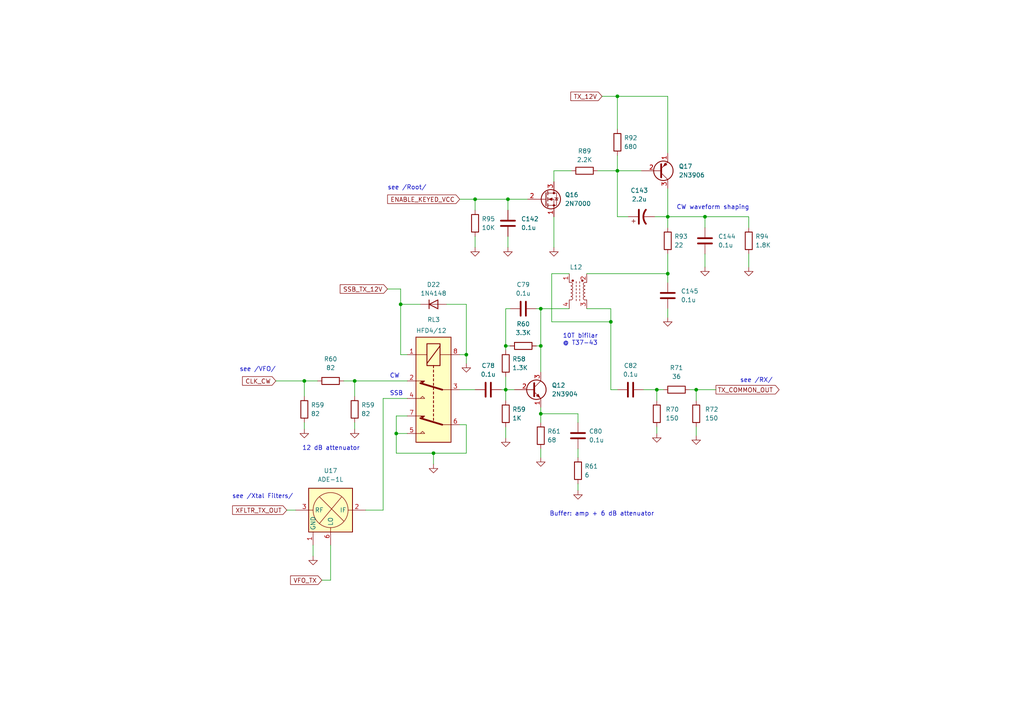
<source format=kicad_sch>
(kicad_sch (version 20230121) (generator eeschema)
  (paper "A4")
  (lib_symbols
    (symbol "Device:C" (pin_numbers hide) (pin_names (offset 0.254))
      (property "Reference" "C" (at 0.635 2.54 0))
      (property "Value" "C" (at 0.635 -2.54 0))
      (symbol "C_0_1"
        (polyline (pts (xy -2.032 -0.762) (xy 2.032 -0.762)) (stroke (width 0.508)))
        (polyline (pts (xy -2.032 0.762) (xy 2.032 0.762)) (stroke (width 0.508)))
      )
      (symbol "C_1_1"
        (pin passive line (at 0 3.81 270) (length 2.794) (name "~") (number "1"))
        (pin passive line (at 0 -3.81 90) (length 2.794) (name "~") (number "2"))
      )
    )
    (symbol "Device:C_Polarized_US" (pin_numbers hide) (pin_names (offset 0.254) hide)
      (property "Reference" "C" (at 0.635 2.54 0))
      (property "Value" "C_Polarized_US" (at 0.635 -2.54 0))
      (symbol "C_Polarized_US_0_1"
        (polyline (pts (xy -2.032 0.762) (xy 2.032 0.762)) (stroke (width 0.508)))
        (polyline (pts (xy -1.778 2.286) (xy -0.762 2.286)))
        (polyline (pts (xy -1.27 1.778) (xy -1.27 2.794)))
        (arc (start 2.032 -1.27) (mid 0 -0.5572) (end -2.032 -1.27) (stroke (width 0.508)))
      )
      (symbol "C_Polarized_US_1_1"
        (pin passive line (at 0 3.81 270) (length 2.794) (name "~") (number "1"))
        (pin passive line (at 0 -3.81 90) (length 3.302) (name "~") (number "2"))
      )
    )
    (symbol "Device:L_Ferrite_Coupled_1423" (pin_names (offset 0.254) hide)
      (property "Reference" "L" (at 0 4.445 0))
      (property "Value" "L_Ferrite_Coupled_1423" (at 0 -4.445 0))
      (symbol "L_Ferrite_Coupled_1423_0_1"
        (circle (center -3.048 -1.27) (radius 0.254) (fill (type outline)))
        (circle (center -3.048 1.524) (radius 0.254) (fill (type outline)))
        (arc (start -2.54 2.032) (mid -2.032 1.5262) (end -1.524 2.032))
        (arc (start -1.524 -2.032) (mid -2.032 -1.5262) (end -2.54 -2.032))
        (arc (start -1.524 2.032) (mid -1.016 1.5262) (end -0.508 2.032))
        (arc (start -0.508 -2.032) (mid -1.016 -1.5262) (end -1.524 -2.032))
        (arc (start -0.508 2.032) (mid 0 1.5262) (end 0.508 2.032))
        (polyline (pts (xy -2.794 -0.508) (xy -2.286 -0.508)))
        (polyline (pts (xy -2.794 0.508) (xy -2.286 0.508)))
        (polyline (pts (xy -2.54 -2.032) (xy -2.54 -2.54)))
        (polyline (pts (xy -2.54 2.032) (xy -2.54 2.54)))
        (polyline (pts (xy -1.778 -0.508) (xy -1.27 -0.508)))
        (polyline (pts (xy -1.778 0.508) (xy -1.27 0.508)))
        (polyline (pts (xy -0.762 -0.508) (xy -0.254 -0.508)))
        (polyline (pts (xy -0.762 0.508) (xy -0.254 0.508)))
        (polyline (pts (xy 0.254 -0.508) (xy 0.762 -0.508)))
        (polyline (pts (xy 0.254 0.508) (xy 0.762 0.508)))
        (polyline (pts (xy 1.27 -0.508) (xy 1.778 -0.508)))
        (polyline (pts (xy 1.27 0.508) (xy 1.778 0.508)))
        (polyline (pts (xy 2.286 -0.508) (xy 2.794 -0.508)))
        (polyline (pts (xy 2.286 0.508) (xy 2.794 0.508)))
        (polyline (pts (xy 2.54 -2.032) (xy 2.54 -2.54)))
        (polyline (pts (xy 2.54 2.54) (xy 2.54 2.032)))
        (arc (start 0.508 -2.032) (mid 0 -1.5262) (end -0.508 -2.032))
        (arc (start 0.508 2.032) (mid 1.016 1.5262) (end 1.524 2.032))
        (arc (start 1.524 -2.032) (mid 1.016 -1.5262) (end 0.508 -2.032))
        (arc (start 1.524 2.032) (mid 2.032 1.5262) (end 2.54 2.032))
        (arc (start 2.54 -2.032) (mid 2.032 -1.5262) (end 1.524 -2.032))
      )
      (symbol "L_Ferrite_Coupled_1423_1_1"
        (pin passive line (at -5.08 2.54 0) (length 2.54) (name "1") (number "1"))
        (pin passive line (at -5.08 -2.54 0) (length 2.54) (name "2") (number "2"))
        (pin passive line (at 5.08 -2.54 180) (length 2.54) (name "3") (number "3"))
        (pin passive line (at 5.08 2.54 180) (length 2.54) (name "4") (number "4"))
      )
    )
    (symbol "Device:R" (pin_numbers hide) (pin_names (offset 0))
      (property "Reference" "R" (at 2.032 0 90))
      (property "Value" "R" (at 0 0 90))
      (symbol "R_0_1"
        (rectangle (start -1.016 -2.54) (end 1.016 2.54) (stroke (width 0.254)))
      )
      (symbol "R_1_1"
        (pin passive line (at 0 3.81 270) (length 1.27) (name "~") (number "1"))
        (pin passive line (at 0 -3.81 90) (length 1.27) (name "~") (number "2"))
      )
    )
    (symbol "Diode:1N4148" (pin_numbers hide) (pin_names hide)
      (property "Reference" "D" (at 0 2.54 0))
      (property "Value" "1N4148" (at 0 -2.54 0))
      (symbol "1N4148_0_1"
        (polyline (pts (xy -1.27 1.27) (xy -1.27 -1.27)) (stroke (width 0.254)))
        (polyline (pts (xy 1.27 0) (xy -1.27 0)))
        (polyline (pts (xy 1.27 1.27) (xy 1.27 -1.27) (xy -1.27 0) (xy 1.27 1.27)) (stroke (width 0.254)))
      )
      (symbol "1N4148_1_1"
        (pin passive line (at -3.81 0 0) (length 2.54) (name "K") (number "1"))
        (pin passive line (at 3.81 0 180) (length 2.54) (name "A") (number "2"))
      )
    )
    (symbol "RF_Mixer:ADE-6"
      (property "Reference" "U" (at -6.35 7.62 0))
      (property "Value" "ADE-6" (at 6.35 7.62 0))
      (symbol "ADE-6_0_1"
        (rectangle (start -6.35 6.35) (end 6.35 -6.35) (stroke (width 0.254)) (fill (type background)))
        (polyline (pts (xy -3.175 -3.81) (xy 3.175 3.81)))
        (polyline (pts (xy 3.81 -3.175) (xy -3.175 3.81)))
        (circle (center 0 0) (radius 5.08))
      )
      (symbol "ADE-6_1_1"
        (pin power_in line (at -5.08 -10.16 90) (length 3.81) (name "GND") (number "1"))
        (pin output line (at 10.16 0 180) (length 5.08) (name "IF") (number "2"))
        (pin input line (at -10.16 0 0) (length 5.08) (name "RF") (number "3"))
        (pin passive line (at -5.08 -10.16 90) (length 3.81) hide (name "GND") (number "4"))
        (pin passive line (at -5.08 -10.16 90) (length 3.81) hide (name "GND") (number "5"))
        (pin input line (at 0 -10.16 90) (length 5.08) (name "LO") (number "6"))
      )
    )
    (symbol "Relay:G2RL-2-ASI-DC5"
      (property "Reference" "RL" (at 16.51 3.81 0))
      (property "Value" "G2RL-2-ASI-DC5" (at 16.51 1.27 0))
      (symbol "G2RL-2-ASI-DC5_0_1"
        (rectangle (start -15.24 5.08) (end 15.24 -5.08) (stroke (width 0.254)) (fill (type background)))
        (rectangle (start -13.335 1.905) (end -6.985 -1.905) (stroke (width 0.254)))
        (polyline (pts (xy -12.7 -1.905) (xy -7.62 1.905)) (stroke (width 0.254)))
        (polyline (pts (xy -10.16 -5.08) (xy -10.16 -1.905)))
        (polyline (pts (xy -10.16 5.08) (xy -10.16 1.905)))
        (polyline (pts (xy -6.985 0) (xy -6.35 0)) (stroke (width 0.254)))
        (polyline (pts (xy -5.715 0) (xy -5.08 0)) (stroke (width 0.254)))
        (polyline (pts (xy -4.445 0) (xy -3.81 0)) (stroke (width 0.254)))
        (polyline (pts (xy -3.175 0) (xy -2.54 0)) (stroke (width 0.254)))
        (polyline (pts (xy -1.905 0) (xy -1.27 0)) (stroke (width 0.254)))
        (polyline (pts (xy -0.635 0) (xy 0 0)) (stroke (width 0.254)))
        (polyline (pts (xy 0 -2.54) (xy -1.905 3.81)) (stroke (width 0.508)))
        (polyline (pts (xy 0 -2.54) (xy 0 -5.08)))
        (polyline (pts (xy 0.635 0) (xy 1.27 0)) (stroke (width 0.254)))
        (polyline (pts (xy 1.905 0) (xy 2.54 0)) (stroke (width 0.254)))
        (polyline (pts (xy 3.175 0) (xy 3.81 0)) (stroke (width 0.254)))
        (polyline (pts (xy 4.445 0) (xy 5.08 0)) (stroke (width 0.254)))
        (polyline (pts (xy 5.715 0) (xy 6.35 0)) (stroke (width 0.254)))
        (polyline (pts (xy 6.985 0) (xy 7.62 0)) (stroke (width 0.254)))
        (polyline (pts (xy 8.255 0) (xy 8.89 0)) (stroke (width 0.254)))
        (polyline (pts (xy 10.16 -2.54) (xy 8.255 3.81)) (stroke (width 0.508)))
        (polyline (pts (xy 10.16 -2.54) (xy 10.16 -5.08)))
        (polyline (pts (xy -2.54 5.08) (xy -2.54 2.54) (xy -1.905 3.175) (xy -2.54 3.81)) (fill (type outline)))
        (polyline (pts (xy 2.54 5.08) (xy 2.54 2.54) (xy 1.905 3.175) (xy 2.54 3.81)))
        (polyline (pts (xy 7.62 5.08) (xy 7.62 2.54) (xy 8.255 3.175) (xy 7.62 3.81)) (fill (type outline)))
        (polyline (pts (xy 12.7 5.08) (xy 12.7 2.54) (xy 12.065 3.175) (xy 12.7 3.81)))
      )
      (symbol "G2RL-2-ASI-DC5_1_1"
        (pin passive line (at -10.16 7.62 270) (length 2.54) (name "~") (number "1"))
        (pin passive line (at -2.54 7.62 270) (length 2.54) (name "~") (number "2"))
        (pin passive line (at 0 -7.62 90) (length 2.54) (name "~") (number "3"))
        (pin passive line (at 2.54 7.62 270) (length 2.54) (name "~") (number "4"))
        (pin passive line (at 12.7 7.62 270) (length 2.54) (name "~") (number "5"))
        (pin passive line (at 10.16 -7.62 90) (length 2.54) (name "~") (number "6"))
        (pin passive line (at 7.62 7.62 270) (length 2.54) (name "~") (number "7"))
        (pin passive line (at -10.16 -7.62 90) (length 2.54) (name "~") (number "8"))
      )
    )
    (symbol "Transistor_BJT:2N3904" (pin_names (offset 0) hide)
      (property "Reference" "Q" (at 5.08 1.905 0))
      (property "Value" "2N3904" (at 5.08 0 0))
      (symbol "2N3904_0_1"
        (polyline (pts (xy 0.635 0.635) (xy 2.54 2.54)))
        (polyline (pts (xy 0.635 -0.635) (xy 2.54 -2.54) (xy 2.54 -2.54)))
        (polyline (pts (xy 0.635 1.905) (xy 0.635 -1.905) (xy 0.635 -1.905)) (stroke (width 0.508)))
        (polyline (pts (xy 1.27 -1.778) (xy 1.778 -1.27) (xy 2.286 -2.286) (xy 1.27 -1.778) (xy 1.27 -1.778)) (fill (type outline)))
        (circle (center 1.27 0) (radius 2.8194) (stroke (width 0.254)))
      )
      (symbol "2N3904_1_1"
        (pin passive line (at 2.54 -5.08 90) (length 2.54) (name "E") (number "1"))
        (pin passive line (at -5.08 0 0) (length 5.715) (name "B") (number "2"))
        (pin passive line (at 2.54 5.08 270) (length 2.54) (name "C") (number "3"))
      )
    )
    (symbol "Transistor_BJT:2N3906" (pin_names (offset 0) hide)
      (property "Reference" "Q" (at 5.08 1.905 0))
      (property "Value" "2N3906" (at 5.08 0 0))
      (symbol "2N3906_0_1"
        (polyline (pts (xy 0.635 0.635) (xy 2.54 2.54)))
        (polyline (pts (xy 0.635 -0.635) (xy 2.54 -2.54) (xy 2.54 -2.54)))
        (polyline (pts (xy 0.635 1.905) (xy 0.635 -1.905) (xy 0.635 -1.905)) (stroke (width 0.508)))
        (polyline (pts (xy 2.286 -1.778) (xy 1.778 -2.286) (xy 1.27 -1.27) (xy 2.286 -1.778) (xy 2.286 -1.778)) (fill (type outline)))
        (circle (center 1.27 0) (radius 2.8194) (stroke (width 0.254)))
      )
      (symbol "2N3906_1_1"
        (pin passive line (at 2.54 -5.08 90) (length 2.54) (name "E") (number "1"))
        (pin input line (at -5.08 0 0) (length 5.715) (name "B") (number "2"))
        (pin passive line (at 2.54 5.08 270) (length 2.54) (name "C") (number "3"))
      )
    )
    (symbol "Transistor_FET:2N7000" (pin_names hide)
      (property "Reference" "Q" (at 5.08 1.905 0))
      (property "Value" "2N7000" (at 5.08 0 0))
      (symbol "2N7000_0_1"
        (polyline (pts (xy 0.254 0) (xy -2.54 0)))
        (polyline (pts (xy 0.254 1.905) (xy 0.254 -1.905)) (stroke (width 0.254)))
        (polyline (pts (xy 0.762 -1.27) (xy 0.762 -2.286)) (stroke (width 0.254)))
        (polyline (pts (xy 0.762 0.508) (xy 0.762 -0.508)) (stroke (width 0.254)))
        (polyline (pts (xy 0.762 2.286) (xy 0.762 1.27)) (stroke (width 0.254)))
        (polyline (pts (xy 2.54 2.54) (xy 2.54 1.778)))
        (polyline (pts (xy 2.54 -2.54) (xy 2.54 0) (xy 0.762 0)))
        (polyline (pts (xy 0.762 -1.778) (xy 3.302 -1.778) (xy 3.302 1.778) (xy 0.762 1.778)))
        (polyline (pts (xy 1.016 0) (xy 2.032 0.381) (xy 2.032 -0.381) (xy 1.016 0)) (fill (type outline)))
        (polyline (pts (xy 2.794 0.508) (xy 2.921 0.381) (xy 3.683 0.381) (xy 3.81 0.254)))
        (polyline (pts (xy 3.302 0.381) (xy 2.921 -0.254) (xy 3.683 -0.254) (xy 3.302 0.381)))
        (circle (center 1.651 0) (radius 2.794) (stroke (width 0.254)))
        (circle (center 2.54 -1.778) (radius 0.254) (fill (type outline)))
        (circle (center 2.54 1.778) (radius 0.254) (fill (type outline)))
      )
      (symbol "2N7000_1_1"
        (pin passive line (at 2.54 -5.08 90) (length 2.54) (name "S") (number "1"))
        (pin input line (at -5.08 0 0) (length 2.54) (name "G") (number "2"))
        (pin passive line (at 2.54 5.08 270) (length 2.54) (name "D") (number "3"))
      )
    )
    (symbol "power:GND" (power) (pin_names (offset 0))
      (property "Value" "GND" (at 0 -3.81 0))
      (symbol "GND_0_1"
        (polyline (pts (xy 0 0) (xy 0 -1.27) (xy 1.27 -1.27) (xy 0 -2.54) (xy -1.27 -1.27) (xy 0 -1.27)))
      )
      (symbol "GND_1_1"
        (pin power_in line (at 0 0 270) (length 0) hide (name "GND") (number "1"))
      )
    )
  )
  (junction (at 114.935 125.73))
  (junction (at 193.675 62.865))
  (junction (at 146.685 113.03))
  (junction (at 179.07 27.94))
  (junction (at 204.47 62.865))
  (junction (at 177.165 93.345))
  (junction (at 88.265 110.49))
  (junction (at 102.87 110.49))
  (junction (at 190.5 113.03))
  (junction (at 156.845 100.33))
  (junction (at 146.685 100.33))
  (junction (at 179.07 49.53))
  (junction (at 156.845 120.015))
  (junction (at 156.845 89.535))
  (junction (at 137.795 57.785))
  (junction (at 125.73 131.445))
  (junction (at 135.255 102.87))
  (junction (at 147.32 57.785))
  (junction (at 193.675 79.375))
  (junction (at 116.205 88.265))
  (junction (at 201.93 113.03))
  (wire (pts (xy 111.125 147.955) (xy 111.125 115.57)))
  (wire (pts (xy 179.07 62.865) (xy 179.07 49.53)))
  (wire (pts (xy 147.32 68.58) (xy 147.32 71.755)))
  (wire (pts (xy 193.675 73.66) (xy 193.675 79.375)))
  (wire (pts (xy 146.685 109.22) (xy 146.685 113.03)))
  (wire (pts (xy 116.205 83.82) (xy 116.205 88.265)))
  (wire (pts (xy 179.07 45.085) (xy 179.07 49.53)))
  (wire (pts (xy 118.11 102.87) (xy 116.205 102.87)))
  (wire (pts (xy 146.685 123.825) (xy 146.685 127)))
  (wire (pts (xy 135.255 123.19) (xy 133.35 123.19)))
  (wire (pts (xy 193.675 62.865) (xy 193.675 66.04)))
  (wire (pts (xy 95.885 168.275) (xy 95.885 158.115)))
  (wire (pts (xy 116.205 88.265) (xy 121.92 88.265)))
  (wire (pts (xy 160.655 62.865) (xy 160.655 71.755)))
  (wire (pts (xy 135.255 131.445) (xy 135.255 123.19)))
  (wire (pts (xy 160.02 93.345) (xy 177.165 93.345)))
  (wire (pts (xy 193.675 54.61) (xy 193.675 62.865)))
  (wire (pts (xy 116.205 102.87) (xy 116.205 88.265)))
  (wire (pts (xy 146.685 100.33) (xy 146.685 89.535)))
  (wire (pts (xy 83.185 147.955) (xy 85.725 147.955)))
  (wire (pts (xy 156.845 118.11) (xy 156.845 120.015)))
  (wire (pts (xy 170.18 89.535) (xy 177.165 89.535)))
  (wire (pts (xy 146.685 113.03) (xy 146.685 116.205)))
  (wire (pts (xy 201.93 113.03) (xy 201.93 116.205)))
  (wire (pts (xy 125.73 134.62) (xy 125.73 131.445)))
  (wire (pts (xy 133.35 57.785) (xy 137.795 57.785)))
  (wire (pts (xy 133.35 113.03) (xy 137.795 113.03)))
  (wire (pts (xy 179.07 49.53) (xy 186.055 49.53)))
  (wire (pts (xy 182.245 62.865) (xy 179.07 62.865)))
  (wire (pts (xy 135.255 102.87) (xy 135.255 88.265)))
  (wire (pts (xy 146.685 100.33) (xy 146.685 101.6)))
  (wire (pts (xy 102.87 110.49) (xy 102.87 114.935)))
  (wire (pts (xy 125.73 131.445) (xy 114.935 131.445)))
  (wire (pts (xy 201.93 123.825) (xy 201.93 126.365)))
  (wire (pts (xy 177.165 93.345) (xy 177.165 113.03)))
  (wire (pts (xy 155.575 89.535) (xy 156.845 89.535)))
  (wire (pts (xy 193.675 79.375) (xy 193.675 81.915)))
  (wire (pts (xy 88.265 122.555) (xy 88.265 124.46)))
  (wire (pts (xy 167.64 120.015) (xy 167.64 122.555)))
  (wire (pts (xy 147.32 57.785) (xy 147.32 60.96)))
  (wire (pts (xy 156.845 120.015) (xy 156.845 122.555)))
  (wire (pts (xy 190.5 113.03) (xy 192.405 113.03)))
  (wire (pts (xy 190.5 123.825) (xy 190.5 125.73)))
  (wire (pts (xy 99.695 110.49) (xy 102.87 110.49)))
  (wire (pts (xy 156.845 100.33) (xy 156.845 107.95)))
  (wire (pts (xy 204.47 73.66) (xy 204.47 77.47)))
  (wire (pts (xy 179.07 37.465) (xy 179.07 27.94)))
  (wire (pts (xy 201.93 113.03) (xy 207.645 113.03)))
  (wire (pts (xy 135.255 105.41) (xy 135.255 102.87)))
  (wire (pts (xy 80.01 110.49) (xy 88.265 110.49)))
  (wire (pts (xy 125.73 131.445) (xy 135.255 131.445)))
  (wire (pts (xy 146.685 113.03) (xy 149.225 113.03)))
  (wire (pts (xy 160.02 79.375) (xy 165.1 79.375)))
  (wire (pts (xy 156.845 89.535) (xy 165.1 89.535)))
  (wire (pts (xy 193.675 27.94) (xy 193.675 44.45)))
  (wire (pts (xy 135.255 88.265) (xy 129.54 88.265)))
  (wire (pts (xy 160.655 52.705) (xy 160.655 49.53)))
  (wire (pts (xy 93.345 168.275) (xy 95.885 168.275)))
  (wire (pts (xy 114.935 125.73) (xy 114.935 120.65)))
  (wire (pts (xy 146.685 89.535) (xy 147.955 89.535)))
  (wire (pts (xy 160.655 49.53) (xy 165.735 49.53)))
  (wire (pts (xy 137.795 57.785) (xy 147.32 57.785)))
  (wire (pts (xy 167.64 140.335) (xy 167.64 142.24)))
  (wire (pts (xy 189.865 62.865) (xy 193.675 62.865)))
  (wire (pts (xy 190.5 113.03) (xy 190.5 116.205)))
  (wire (pts (xy 193.675 62.865) (xy 204.47 62.865)))
  (wire (pts (xy 173.355 49.53) (xy 179.07 49.53)))
  (wire (pts (xy 147.32 57.785) (xy 153.035 57.785)))
  (wire (pts (xy 90.805 158.115) (xy 90.805 161.29)))
  (wire (pts (xy 177.165 113.03) (xy 179.07 113.03)))
  (wire (pts (xy 112.395 83.82) (xy 116.205 83.82)))
  (wire (pts (xy 179.07 27.94) (xy 193.675 27.94)))
  (wire (pts (xy 106.045 147.955) (xy 111.125 147.955)))
  (wire (pts (xy 217.17 62.865) (xy 217.17 66.04)))
  (wire (pts (xy 137.795 57.785) (xy 137.795 60.96)))
  (wire (pts (xy 177.165 89.535) (xy 177.165 93.345)))
  (wire (pts (xy 137.795 68.58) (xy 137.795 71.755)))
  (wire (pts (xy 200.025 113.03) (xy 201.93 113.03)))
  (wire (pts (xy 179.07 27.94) (xy 174.625 27.94)))
  (wire (pts (xy 114.935 131.445) (xy 114.935 125.73)))
  (wire (pts (xy 156.845 120.015) (xy 167.64 120.015)))
  (wire (pts (xy 170.18 79.375) (xy 193.675 79.375)))
  (wire (pts (xy 204.47 62.865) (xy 217.17 62.865)))
  (wire (pts (xy 156.845 100.33) (xy 156.845 89.535)))
  (wire (pts (xy 88.265 110.49) (xy 92.075 110.49)))
  (wire (pts (xy 217.17 73.66) (xy 217.17 77.47)))
  (wire (pts (xy 155.575 100.33) (xy 156.845 100.33)))
  (wire (pts (xy 102.87 122.555) (xy 102.87 124.46)))
  (wire (pts (xy 160.02 79.375) (xy 160.02 93.345)))
  (wire (pts (xy 114.935 120.65) (xy 118.11 120.65)))
  (wire (pts (xy 88.265 110.49) (xy 88.265 114.935)))
  (wire (pts (xy 135.255 102.87) (xy 133.35 102.87)))
  (wire (pts (xy 114.935 125.73) (xy 118.11 125.73)))
  (wire (pts (xy 204.47 62.865) (xy 204.47 66.04)))
  (wire (pts (xy 186.69 113.03) (xy 190.5 113.03)))
  (wire (pts (xy 111.125 115.57) (xy 118.11 115.57)))
  (wire (pts (xy 193.675 89.535) (xy 193.675 92.075)))
  (wire (pts (xy 102.87 110.49) (xy 118.11 110.49)))
  (wire (pts (xy 156.845 130.175) (xy 156.845 132.715)))
  (wire (pts (xy 145.415 113.03) (xy 146.685 113.03)))
  (wire (pts (xy 167.64 130.175) (xy 167.64 132.715)))
  (wire (pts (xy 147.955 100.33) (xy 146.685 100.33)))
  (text "see /Root/" (at 112.395 55.245 0) (effects (font (size 1.27 1.27)) (justify left bottom)))
  (text "SSB" (at 113.03 114.935 0) (effects (font (size 1.27 1.27)) (justify left bottom)))
  (text "12 dB attenuator" (at 87.63 130.81 0) (effects (font (size 1.27 1.27)) (justify left bottom)))
  (text "see /Xtal Filters/" (at 67.31 144.78 0) (effects (font (size 1.27 1.27)) (justify left bottom)))
  (text "see /VFO/" (at 80.01 107.95 0) (effects (font (size 1.27 1.27)) (justify right bottom)))
  (text "see /RX/" (at 214.63 111.125 0) (effects (font (size 1.27 1.27)) (justify left bottom)))
  (text "Buffer: amp + 6 dB attenuator" (at 159.385 149.86 0) (effects (font (size 1.27 1.27)) (justify left bottom)))
  (text "10T bifilar\n@ T37-43" (at 163.195 100.33 0) (effects (font (size 1.27 1.27)) (justify left bottom)))
  (text "CW" (at 113.03 109.855 0) (effects (font (size 1.27 1.27)) (justify left bottom)))
  (text "CW waveform shaping\n" (at 196.215 60.96 0) (effects (font (size 1.27 1.27)) (justify left bottom)))
  (global_label "VFO_TX" (shape input) (at 93.345 168.275 180) (property "Intersheetrefs" "${INTERSHEET_REFS}" (effects hide)))
  (global_label "ENABLE_KEYED_VCC" (shape input) (at 133.35 57.785 180) (property "Intersheetrefs" "${INTERSHEET_REFS}" (effects hide)))
  (global_label "XFLTR_TX_OUT" (shape input) (at 83.185 147.955 180) (property "Intersheetrefs" "${INTERSHEET_REFS}" (effects hide)))
  (global_label "SSB_TX_12V" (shape input) (at 112.395 83.82 180) (property "Intersheetrefs" "${INTERSHEET_REFS}" (effects hide)))
  (global_label "CLK_CW" (shape input) (at 80.01 110.49 180) (property "Intersheetrefs" "${INTERSHEET_REFS}" (effects hide)))
  (global_label "TX_COMMON_OUT" (shape output) (at 207.645 113.03 0) (property "Intersheetrefs" "${INTERSHEET_REFS}" (effects hide)))
  (global_label "TX_12V" (shape input) (at 174.625 27.94 180) (property "Intersheetrefs" "${INTERSHEET_REFS}" (effects hide)))
  (symbol (lib_id "power:GND") (at 167.64 142.24 0) (unit 1)
    (property "Reference" "#PWR0130" (effects hide))
    (property "Value" "GND" (effects hide))
    (instances (project "hbr-mk2" (path "" (reference "#PWR0130") (unit 1)) (path "" (reference "#PWR0248") (unit 1)) (path "" (reference "#PWR0248") (unit 1))))
  )
  (symbol (lib_id "Device:C") (at 167.64 126.365 180) (unit 1)
    (property "Reference" "C80" (at 170.815 125.095 0) (effects (justify right)))
    (property "Value" "0.1u" (at 170.815 127.635 0) (effects (justify right)))
    (instances (project "hbr-mk2" (path "" (reference "C80") (unit 1)) (path "" (reference "C148") (unit 1)) (path "" (reference "C148") (unit 1))))
  )
  (symbol (lib_id "Transistor_BJT:2N3906") (at 191.135 49.53 0) (mirror x) (unit 1)
    (property "Reference" "Q17" (at 196.85 48.26 0) (effects (justify left)))
    (property "Value" "2N3906" (at 196.85 50.8 0) (effects (justify left)))
    (property "Footprint" "Package_TO_SOT_THT:TO-92_Inline" (effects hide))
    (property "Datasheet" "https://www.onsemi.com/pub/Collateral/2N3906-D.PDF" (effects hide))
  )
  (symbol (lib_id "Transistor_FET:2N7000") (at 158.115 57.785 0) (unit 1)
    (property "Reference" "Q16" (at 163.83 56.515 0) (effects (justify left)))
    (property "Value" "2N7000" (at 163.83 59.055 0) (effects (justify left)))
    (property "Footprint" "Package_TO_SOT_THT:TO-92_Inline" (effects hide))
    (property "Datasheet" "https://www.vishay.com/docs/70226/70226.pdf" (effects hide))
  )
  (symbol (lib_id "Device:R") (at 146.685 105.41 0) (unit 1)
    (property "Reference" "R58" (at 148.59 104.14 0) (effects (justify left)))
    (property "Value" "1.3K" (at 148.59 106.68 0) (effects (justify left)))
    (instances (project "hbr-mk2" (path "" (reference "R58") (unit 1)) (path "" (reference "R96") (unit 1)) (path "" (reference "R96") (unit 1))))
  )
  (symbol (lib_id "power:GND") (at 204.47 77.47 0) (unit 1)
    (property "Reference" "#PWR0242" (effects hide))
    (property "Value" "GND" (effects hide))
  )
  (symbol (lib_id "Device:C") (at 141.605 113.03 90) (unit 1)
    (property "Reference" "C78" (at 141.605 106.045 90))
    (property "Value" "0.1u" (at 141.605 108.585 90))
    (instances (project "hbr-mk2" (path "" (reference "C78") (unit 1)) (path "" (reference "C146") (unit 1)) (path "" (reference "C146") (unit 1))))
  )
  (symbol (lib_id "Device:R") (at 88.265 118.745 0) (unit 1)
    (property "Reference" "R59" (at 90.17 117.475 0) (effects (justify left)))
    (property "Value" "82" (at 90.17 120.015 0) (effects (justify left)))
    (instances (project "hbr-mk2" (path "" (reference "R59") (unit 1)) (path "" (reference "R97") (unit 1)) (path "" (reference "R84") (unit 1))))
  )
  (symbol (lib_id "power:GND") (at 102.87 124.46 0) (unit 1)
    (property "Reference" "#PWR0129" (effects hide))
    (property "Value" "GND" (effects hide))
    (instances (project "hbr-mk2" (path "" (reference "#PWR0129") (unit 1)) (path "" (reference "#PWR0246") (unit 1)) (path "" (reference "#PWR0117") (unit 1))))
  )
  (symbol (lib_id "Device:C") (at 182.88 113.03 90) (unit 1)
    (property "Reference" "C82" (at 182.88 106.045 90))
    (property "Value" "0.1u" (at 182.88 108.585 90))
    (instances (project "hbr-mk2" (path "" (reference "C82") (unit 1)) (path "" (reference "C150") (unit 1)) (path "" (reference "C150") (unit 1))))
  )
  (symbol (lib_id "Device:R") (at 179.07 41.275 0) (unit 1)
    (property "Reference" "R92" (at 180.975 40.005 0) (effects (justify left)))
    (property "Value" "680" (at 180.975 42.545 0) (effects (justify left)))
  )
  (symbol (lib_id "power:GND") (at 147.32 71.755 0) (unit 1)
    (property "Reference" "#PWR0226" (effects hide))
    (property "Value" "GND" (effects hide))
  )
  (symbol (lib_id "Diode:1N4148") (at 125.73 88.265 0) (mirror x) (unit 1)
    (property "Reference" "D22" (at 125.73 82.55 0))
    (property "Value" "1N4148" (at 125.73 85.09 0))
    (property "Footprint" "Diode_THT:D_DO-35_SOD27_P7.62mm_Horizontal" (effects hide))
    (property "Datasheet" "https://assets.nexperia.com/documents/data-sheet/1N4148_1N4448.pdf" (effects hide))
    (property "Sim.Device" "D" (effects hide))
    (property "Sim.Pins" "1=K 2=A" (effects hide))
  )
  (symbol (lib_id "Transistor_BJT:2N3904") (at 154.305 113.03 0) (unit 1)
    (property "Reference" "Q12" (at 160.02 111.76 0) (effects (justify left)))
    (property "Value" "2N3904" (at 160.02 114.3 0) (effects (justify left)))
    (property "Footprint" "Package_TO_SOT_THT:TO-92_Inline" (effects hide))
    (property "Datasheet" "https://www.onsemi.com/pub/Collateral/2N3903-D.PDF" (effects hide))
    (instances (project "hbr-mk2" (path "" (reference "Q12") (unit 1)) (path "" (reference "Q18") (unit 1)) (path "" (reference "Q18") (unit 1))))
  )
  (symbol (lib_id "Device:R") (at 137.795 64.77 0) (unit 1)
    (property "Reference" "R95" (at 139.7 63.5 0) (effects (justify left)))
    (property "Value" "10K" (at 139.7 66.04 0) (effects (justify left)))
  )
  (symbol (lib_id "Device:R") (at 146.685 120.015 0) (unit 1)
    (property "Reference" "R59" (at 148.59 118.745 0) (effects (justify left)))
    (property "Value" "1K" (at 148.59 121.285 0) (effects (justify left)))
    (instances (project "hbr-mk2" (path "" (reference "R59") (unit 1)) (path "" (reference "R97") (unit 1)) (path "" (reference "R97") (unit 1))))
  )
  (symbol (lib_id "Device:R") (at 196.215 113.03 90) (unit 1)
    (property "Reference" "R71" (at 196.215 106.68 90))
    (property "Value" "36" (at 196.215 109.22 90))
    (instances (project "hbr-mk2" (path "" (reference "R71") (unit 1)) (path "" (reference "R103") (unit 1)) (path "" (reference "R103") (unit 1))))
  )
  (symbol (lib_id "Device:C") (at 204.47 69.85 0) (unit 1)
    (property "Reference" "C144" (at 208.28 68.58 0) (effects (justify left)))
    (property "Value" "0.1u" (at 208.28 71.12 0) (effects (justify left)))
  )
  (symbol (lib_id "Device:C") (at 193.675 85.725 0) (unit 1)
    (property "Reference" "C145" (at 197.485 84.455 0) (effects (justify left)))
    (property "Value" "0.1u" (at 197.485 86.995 0) (effects (justify left)))
  )
  (symbol (lib_id "power:GND") (at 217.17 77.47 0) (unit 1)
    (property "Reference" "#PWR0243" (effects hide))
    (property "Value" "GND" (effects hide))
  )
  (symbol (lib_id "power:GND") (at 137.795 71.755 0) (unit 1)
    (property "Reference" "#PWR0244" (effects hide))
    (property "Value" "GND" (effects hide))
  )
  (symbol (lib_id "Device:R") (at 102.87 118.745 0) (unit 1)
    (property "Reference" "R59" (at 104.775 117.475 0) (effects (justify left)))
    (property "Value" "82" (at 104.775 120.015 0) (effects (justify left)))
    (instances (project "hbr-mk2" (path "" (reference "R59") (unit 1)) (path "" (reference "R97") (unit 1)) (path "" (reference "R83") (unit 1))))
  )
  (symbol (lib_id "Relay:G2RL-2-ASI-DC5") (at 125.73 113.03 90) (mirror x) (unit 1)
    (property "Reference" "RL3" (at 127.635 92.71 90) (effects (justify left)))
    (property "Value" "HFD4/12" (at 129.54 95.885 90) (effects (justify left)))
    (property "Footprint" "Relay_THT:Relay_DPDT_Omron_G2RL" (effects hide))
    (property "Datasheet" "https://omronfs.omron.com/en_US/ecb/products/pdf/en-g2rl.pdf" (effects hide))
    (instances (project "hbr-mk2" (path "" (reference "RL3") (unit 1)) (path "" (reference "RL26") (unit 1)) (path "" (reference "RL26") (unit 1))))
  )
  (symbol (lib_id "Device:R") (at 217.17 69.85 0) (unit 1)
    (property "Reference" "R94" (at 219.075 68.58 0) (effects (justify left)))
    (property "Value" "1.8K" (at 219.075 71.12 0) (effects (justify left)))
  )
  (symbol (lib_id "power:GND") (at 88.265 124.46 0) (unit 1)
    (property "Reference" "#PWR0129" (effects hide))
    (property "Value" "GND" (effects hide))
    (instances (project "hbr-mk2" (path "" (reference "#PWR0129") (unit 1)) (path "" (reference "#PWR0246") (unit 1)) (path "" (reference "#PWR0256") (unit 1))))
  )
  (symbol (lib_id "Device:R") (at 169.545 49.53 90) (unit 1)
    (property "Reference" "R89" (at 169.545 43.815 90))
    (property "Value" "2.2K" (at 169.545 46.355 90))
  )
  (symbol (lib_id "power:GND") (at 146.685 127 0) (unit 1)
    (property "Reference" "#PWR0129" (effects hide))
    (property "Value" "GND" (effects hide))
    (instances (project "hbr-mk2" (path "" (reference "#PWR0129") (unit 1)) (path "" (reference "#PWR0246") (unit 1)) (path "" (reference "#PWR0246") (unit 1))))
  )
  (symbol (lib_id "Device:R") (at 201.93 120.015 0) (unit 1)
    (property "Reference" "R72" (at 204.47 118.745 0) (effects (justify left)))
    (property "Value" "150" (at 204.47 121.285 0) (effects (justify left)))
    (instances (project "hbr-mk2" (path "" (reference "R72") (unit 1)) (path "" (reference "R104") (unit 1)) (path "" (reference "R104") (unit 1))))
  )
  (symbol (lib_id "power:GND") (at 190.5 125.73 0) (unit 1)
    (property "Reference" "#PWR0139" (effects hide))
    (property "Value" "GND" (effects hide))
    (instances (project "hbr-mk2" (path "" (reference "#PWR0139") (unit 1)) (path "" (reference "#PWR0250") (unit 1)) (path "" (reference "#PWR0250") (unit 1))))
  )
  (symbol (lib_id "power:GND") (at 125.73 134.62 0) (unit 1)
    (property "Reference" "#PWR0129" (effects hide))
    (property "Value" "GND" (effects hide))
    (instances (project "hbr-mk2" (path "" (reference "#PWR0129") (unit 1)) (path "" (reference "#PWR0246") (unit 1)) (path "" (reference "#PWR0255") (unit 1))))
  )
  (symbol (lib_id "power:GND") (at 135.255 105.41 0) (mirror y) (unit 1)
    (property "Reference" "#PWR0125" (effects hide))
    (property "Value" "GND" (effects hide))
  )
  (symbol (lib_id "Device:R") (at 151.765 100.33 90) (unit 1)
    (property "Reference" "R60" (at 151.765 93.98 90))
    (property "Value" "3.3K" (at 151.765 96.52 90))
    (instances (project "hbr-mk2" (path "" (reference "R60") (unit 1)) (path "" (reference "R98") (unit 1)) (path "" (reference "R98") (unit 1))))
  )
  (symbol (lib_id "power:GND") (at 193.675 92.075 0) (unit 1)
    (property "Reference" "#PWR0245" (effects hide))
    (property "Value" "GND" (effects hide))
  )
  (symbol (lib_id "Device:C") (at 151.765 89.535 90) (unit 1)
    (property "Reference" "C79" (at 151.765 82.55 90))
    (property "Value" "0.1u" (at 151.765 85.09 90))
    (instances (project "hbr-mk2" (path "" (reference "C79") (unit 1)) (path "" (reference "C147") (unit 1)) (path "" (reference "C147") (unit 1))))
  )
  (symbol (lib_id "power:GND") (at 156.845 132.715 0) (unit 1)
    (property "Reference" "#PWR0130" (effects hide))
    (property "Value" "GND" (effects hide))
    (instances (project "hbr-mk2" (path "" (reference "#PWR0130") (unit 1)) (path "" (reference "#PWR0247") (unit 1)) (path "" (reference "#PWR0247") (unit 1))))
  )
  (symbol (lib_id "Device:R") (at 190.5 120.015 0) (unit 1)
    (property "Reference" "R70" (at 193.04 118.745 0) (effects (justify left)))
    (property "Value" "150" (at 193.04 121.285 0) (effects (justify left)))
    (instances (project "hbr-mk2" (path "" (reference "R70") (unit 1)) (path "" (reference "R102") (unit 1)) (path "" (reference "R102") (unit 1))))
  )
  (symbol (lib_id "Device:C") (at 147.32 64.77 0) (unit 1)
    (property "Reference" "C142" (at 151.13 63.5 0) (effects (justify left)))
    (property "Value" "0.1u" (at 151.13 66.04 0) (effects (justify left)))
  )
  (symbol (lib_id "Device:C_Polarized_US") (at 186.055 62.865 90) (unit 1)
    (property "Reference" "C143" (at 185.42 55.245 90))
    (property "Value" "2.2u" (at 185.42 57.785 90))
  )
  (symbol (lib_id "Device:R") (at 95.885 110.49 90) (unit 1)
    (property "Reference" "R60" (at 95.885 104.14 90))
    (property "Value" "82" (at 95.885 106.68 90))
    (instances (project "hbr-mk2" (path "" (reference "R60") (unit 1)) (path "" (reference "R98") (unit 1)) (path "" (reference "R82") (unit 1))))
  )
  (symbol (lib_id "Device:R") (at 193.675 69.85 0) (unit 1)
    (property "Reference" "R93" (at 195.58 68.58 0) (effects (justify left)))
    (property "Value" "22" (at 195.58 71.12 0) (effects (justify left)))
  )
  (symbol (lib_id "power:GND") (at 160.655 71.755 0) (unit 1)
    (property "Reference" "#PWR0241" (effects hide))
    (property "Value" "GND" (effects hide))
  )
  (symbol (lib_id "RF_Mixer:ADE-6") (at 95.885 147.955 0) (unit 1)
    (property "Reference" "U17" (at 95.885 136.525 0))
    (property "Value" "ADE-1L" (at 95.885 139.065 0))
    (property "Footprint" "RF_Mini-Circuits:Mini-Circuits_CD542_LandPatternPL-052" (effects hide))
  )
  (symbol (lib_id "Device:R") (at 156.845 126.365 0) (unit 1)
    (property "Reference" "R61" (at 158.75 125.095 0) (effects (justify left)))
    (property "Value" "68" (at 158.75 127.635 0) (effects (justify left)))
    (instances (project "hbr-mk2" (path "" (reference "R61") (unit 1)) (path "" (reference "R99") (unit 1)) (path "" (reference "R99") (unit 1))))
  )
  (symbol (lib_id "power:GND") (at 201.93 126.365 0) (unit 1)
    (property "Reference" "#PWR0140" (effects hide))
    (property "Value" "GND" (effects hide))
    (instances (project "hbr-mk2" (path "" (reference "#PWR0140") (unit 1)) (path "" (reference "#PWR0251") (unit 1)) (path "" (reference "#PWR0251") (unit 1))))
  )
  (symbol (lib_id "Device:L_Ferrite_Coupled_1423") (at 167.64 84.455 90) (mirror x) (unit 1)
    (property "Reference" "L12" (at 168.91 77.47 90) (effects (justify left)))
    (property "Value" "L_Ferrite_Coupled_1423" (effects hide))
    (instances (project "hbr-mk2" (path "" (reference "L12") (unit 1)) (path "" (reference "L14") (unit 1)) (path "" (reference "L32") (unit 1)) (path "" (reference "L32") (unit 1))))
  )
  (symbol (lib_id "power:GND") (at 90.805 161.29 0) (unit 1)
    (property "Reference" "#PWR0249" (effects hide))
    (property "Value" "GND" (effects hide))
  )
  (symbol (lib_id "Device:R") (at 167.64 136.525 0) (unit 1)
    (property "Reference" "R61" (at 169.545 135.255 0) (effects (justify left)))
    (property "Value" "6" (at 169.545 137.795 0) (effects (justify left)))
    (instances (project "hbr-mk2" (path "" (reference "R61") (unit 1)) (path "" (reference "R100") (unit 1)) (path "" (reference "R100") (unit 1))))
  )
)
</source>
